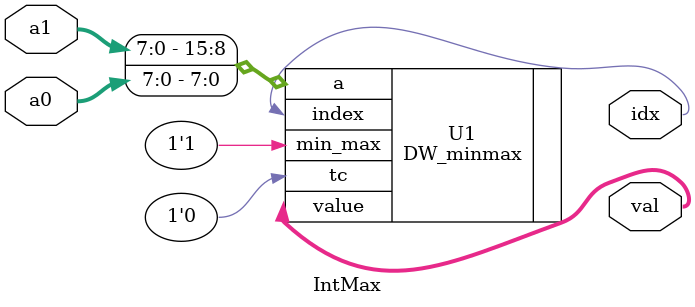
<source format=v>
module IntMax (a0, a1, val, idx);
parameter wordlength = 8;
input [wordlength-1 : 0] a0, a1;
output [wordlength-1 : 0] val;
output idx;
// instantiation of DW_minmax
// inputs are concatenated into the input vector
DW_minmax #(wordlength, 2)
U1 (.a({a1, a0}), .tc(1'b0), .min_max(1'b1),
.value(val), .index(idx));
endmodule

</source>
